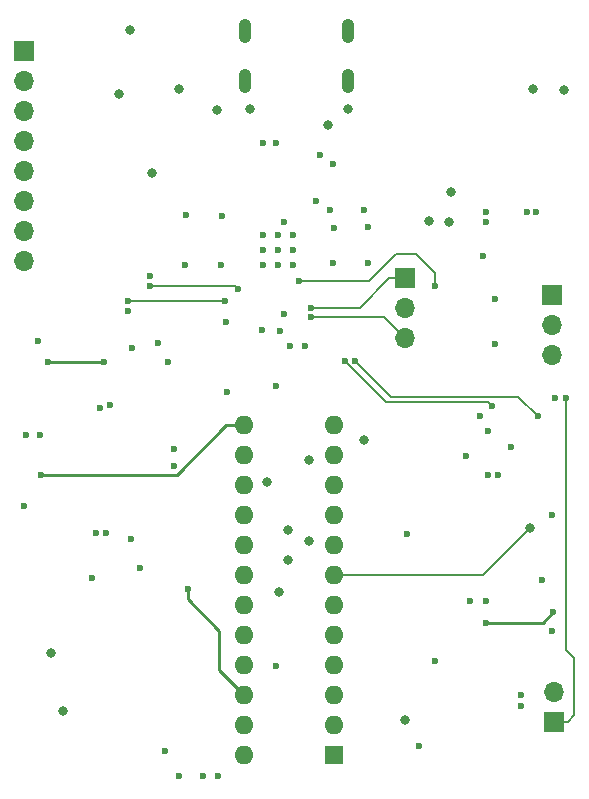
<source format=gbr>
%TF.GenerationSoftware,KiCad,Pcbnew,(6.0.6)*%
%TF.CreationDate,2022-11-11T00:06:58-05:00*%
%TF.ProjectId,RP2040_AS3394,52503230-3430-45f4-9153-333339342e6b,rev?*%
%TF.SameCoordinates,Original*%
%TF.FileFunction,Copper,L4,Bot*%
%TF.FilePolarity,Positive*%
%FSLAX46Y46*%
G04 Gerber Fmt 4.6, Leading zero omitted, Abs format (unit mm)*
G04 Created by KiCad (PCBNEW (6.0.6)) date 2022-11-11 00:06:58*
%MOMM*%
%LPD*%
G01*
G04 APERTURE LIST*
%TA.AperFunction,ComponentPad*%
%ADD10O,1.050000X2.100000*%
%TD*%
%TA.AperFunction,ComponentPad*%
%ADD11R,1.700000X1.700000*%
%TD*%
%TA.AperFunction,ComponentPad*%
%ADD12O,1.700000X1.700000*%
%TD*%
%TA.AperFunction,ComponentPad*%
%ADD13R,1.600000X1.600000*%
%TD*%
%TA.AperFunction,ComponentPad*%
%ADD14O,1.600000X1.600000*%
%TD*%
%TA.AperFunction,ViaPad*%
%ADD15C,0.600000*%
%TD*%
%TA.AperFunction,ViaPad*%
%ADD16C,0.800000*%
%TD*%
%TA.AperFunction,Conductor*%
%ADD17C,0.250000*%
%TD*%
%TA.AperFunction,Conductor*%
%ADD18C,0.254000*%
%TD*%
%TA.AperFunction,Conductor*%
%ADD19C,0.127000*%
%TD*%
%TA.AperFunction,Conductor*%
%ADD20C,0.199898*%
%TD*%
G04 APERTURE END LIST*
D10*
%TO.P,J2,S1,SHIELD*%
%TO.N,unconnected-(J2-PadS1)*%
X140542000Y-90572500D03*
%TO.P,J2,S2,SHIELD*%
%TO.N,unconnected-(J2-PadS2)*%
X131902000Y-90572500D03*
%TO.P,J2,S3,SHIELD*%
%TO.N,unconnected-(J2-PadS3)*%
X140542000Y-86392500D03*
%TO.P,J2,S4,SHIELD*%
%TO.N,unconnected-(J2-PadS4)*%
X131902000Y-86392500D03*
%TD*%
D11*
%TO.P,J4,1,Pin_1*%
%TO.N,Net-(J4-Pad1)*%
X113157000Y-88026000D03*
D12*
%TO.P,J4,2,Pin_2*%
%TO.N,Net-(J4-Pad2)*%
X113157000Y-90566000D03*
%TO.P,J4,3,Pin_3*%
%TO.N,Net-(J4-Pad3)*%
X113157000Y-93106000D03*
%TO.P,J4,4,Pin_4*%
%TO.N,Net-(J4-Pad4)*%
X113157000Y-95646000D03*
%TO.P,J4,5,Pin_5*%
%TO.N,Net-(J4-Pad5)*%
X113157000Y-98186000D03*
%TO.P,J4,6,Pin_6*%
%TO.N,Net-(J4-Pad6)*%
X113157000Y-100726000D03*
%TO.P,J4,7,Pin_7*%
%TO.N,Net-(J4-Pad7)*%
X113157000Y-103266000D03*
%TO.P,J4,8,Pin_8*%
%TO.N,Net-(J4-Pad8)*%
X113157000Y-105806000D03*
%TD*%
D13*
%TO.P,U5,1,IRef*%
%TO.N,Net-(R15-Pad1)*%
X139436000Y-147706000D03*
D14*
%TO.P,U5,2,VCO_Freq_CV*%
%TO.N,/AS3394_PWM/VCO_Freq_CV*%
X139436000Y-145166000D03*
%TO.P,U5,3,Vee*%
%TO.N,VEE*%
X139436000Y-142626000D03*
%TO.P,U5,4,Ct*%
%TO.N,Net-(C17-Pad2)*%
X139436000Y-140086000D03*
%TO.P,U5,5,Pulse_Out_F/2*%
%TO.N,/AS3394_PWM/Ext_Input2*%
X139436000Y-137546000D03*
%TO.P,U5,6,Mod_Amt_CV*%
%TO.N,/AS3394_PWM/Mod_Amt_Cv*%
X139436000Y-135006000D03*
%TO.P,U5,7,Wave_Select_CV*%
%TO.N,/AS3394_PWM/Wave_Select_CV*%
X139436000Y-132466000D03*
%TO.P,U5,8,Pulse_Width_CV*%
%TO.N,/AS3394_PWM/Pulse_Width_CV*%
X139436000Y-129926000D03*
%TO.P,U5,9,Saw_Out*%
%TO.N,/AS3394_PWM/Saw_Out*%
X139436000Y-127386000D03*
%TO.P,U5,10,Wave_Out*%
%TO.N,/AS3394_PWM/Wave_Out*%
X139436000Y-124846000D03*
%TO.P,U5,11,Ext_Input1*%
X139436000Y-122306000D03*
%TO.P,U5,12,GND*%
%TO.N,GND*%
X139436000Y-119766000D03*
%TO.P,U5,13,Mixer_Balance_CV*%
%TO.N,/AS3394_PWM/Mixer_Balance_CV*%
X131816000Y-119766000D03*
%TO.P,U5,14,Ext_Input2*%
%TO.N,Net-(R35-Pad1)*%
X131816000Y-122306000D03*
%TO.P,U5,15,Filter_Res_CV*%
%TO.N,/AS3394_PWM/Filter_Res_CV*%
X131816000Y-124846000D03*
%TO.P,U5,16,C1*%
%TO.N,Net-(C37-Pad1)*%
X131816000Y-127386000D03*
%TO.P,U5,17,C2*%
%TO.N,Net-(C35-Pad1)*%
X131816000Y-129926000D03*
%TO.P,U5,18,C3*%
%TO.N,Net-(C33-Pad1)*%
X131816000Y-132466000D03*
%TO.P,U5,19,C4*%
%TO.N,Net-(C31-Pad1)*%
X131816000Y-135006000D03*
%TO.P,U5,20,Filter_Freq_CV*%
%TO.N,/AS3394_PWM/Filter_Freq_CV*%
X131816000Y-137546000D03*
%TO.P,U5,21*%
%TO.N,Net-(C34-Pad1)*%
X131816000Y-140086000D03*
%TO.P,U5,22,Final_Gain_CV*%
%TO.N,/AS3394_PWM/Final_Gain_CV*%
X131816000Y-142626000D03*
%TO.P,U5,23,Voice_Out*%
%TO.N,/AS3394_PWM/Out*%
X131816000Y-145166000D03*
%TO.P,U5,24,Vcc*%
%TO.N,Net-(C28-Pad1)*%
X131816000Y-147706000D03*
%TD*%
D11*
%TO.P,J1,1,Pin_1*%
%TO.N,Net-(J1-Pad1)*%
X145430000Y-107285000D03*
D12*
%TO.P,J1,2,Pin_2*%
%TO.N,GND*%
X145430000Y-109825000D03*
%TO.P,J1,3,Pin_3*%
%TO.N,Net-(J1-Pad3)*%
X145430000Y-112365000D03*
%TD*%
D11*
%TO.P,J3,1,Pin_1*%
%TO.N,/AMP_OUT*%
X158000000Y-144845000D03*
D12*
%TO.P,J3,2,Pin_2*%
%TO.N,GND*%
X158000000Y-142305000D03*
%TD*%
D11*
%TO.P,J5,1,Pin_1*%
%TO.N,VCC*%
X157820000Y-108685000D03*
D12*
%TO.P,J5,2,Pin_2*%
%TO.N,GND*%
X157820000Y-111225000D03*
%TO.P,J5,3,Pin_3*%
%TO.N,VEE*%
X157820000Y-113765000D03*
%TD*%
D15*
%TO.N,GND*%
X158130000Y-117460000D03*
X152280000Y-102500000D03*
X152019000Y-105410000D03*
X151765000Y-118999000D03*
D16*
X122159000Y-86263000D03*
D15*
X125857000Y-123190000D03*
X122936000Y-131826000D03*
X133350000Y-95885000D03*
X155194000Y-142621000D03*
X134840000Y-111800000D03*
X120460000Y-118020000D03*
D16*
X135522000Y-131178000D03*
D15*
X136906000Y-113060000D03*
X133310000Y-111660000D03*
X113170000Y-126611000D03*
X130280000Y-111040000D03*
X145616000Y-128966000D03*
D16*
X137287000Y-129540000D03*
D15*
X129540000Y-149479000D03*
X152270000Y-101730000D03*
D16*
X137287000Y-122682000D03*
D15*
X153289000Y-123952000D03*
X126238000Y-149479000D03*
X133370000Y-104940000D03*
D16*
X133731000Y-124587000D03*
D15*
X135910000Y-106210000D03*
D16*
X123952000Y-98425000D03*
D15*
X147955000Y-139700000D03*
X141950000Y-101540000D03*
X157861000Y-137160000D03*
D16*
X116448000Y-143902000D03*
D15*
X130370000Y-116970000D03*
D16*
X134719000Y-133886000D03*
D15*
X134500000Y-116460000D03*
X121940000Y-110090000D03*
X134640000Y-104940000D03*
D16*
X126238000Y-91313000D03*
D15*
X155702000Y-101727000D03*
X123830000Y-107080000D03*
X114300000Y-112649000D03*
D16*
X138889000Y-94351000D03*
D15*
X122273000Y-113185000D03*
X135910000Y-103670000D03*
X152995000Y-109097500D03*
D16*
X145415000Y-144697000D03*
X141971000Y-120980000D03*
D15*
X152400000Y-120269000D03*
X142300000Y-102990000D03*
X135710000Y-113060000D03*
X150876000Y-134620000D03*
X125857000Y-121793000D03*
D16*
X140540000Y-92954000D03*
D15*
X114480000Y-120537993D03*
X125349000Y-114427000D03*
X134640000Y-106210000D03*
X124460000Y-112776000D03*
X128316500Y-149479000D03*
X126743000Y-106172000D03*
X135910000Y-104940000D03*
X134507000Y-140130000D03*
D16*
X115443000Y-139065000D03*
D15*
X134493000Y-95885000D03*
X142304000Y-105976000D03*
D16*
X132285000Y-92954000D03*
D15*
X152995000Y-112907500D03*
X126873000Y-101981000D03*
X150569000Y-122362000D03*
X157861000Y-127381000D03*
X156464000Y-101727000D03*
X139319000Y-97663000D03*
X133370000Y-103670000D03*
D16*
X135522000Y-128638000D03*
D15*
X133370000Y-106210000D03*
X134640000Y-103670000D03*
X122190000Y-129400000D03*
X138176000Y-96901000D03*
X119275995Y-128828009D03*
%TO.N,+3V3*%
X129794000Y-106171990D03*
D16*
X149150000Y-102580000D03*
X147447000Y-102489000D03*
D15*
X135145000Y-102505000D03*
X139071510Y-101538490D03*
X129921000Y-101994990D03*
D16*
X149330000Y-100000000D03*
D15*
X139432010Y-103010990D03*
X139319000Y-105975990D03*
X137905500Y-100774500D03*
X135128000Y-110363000D03*
D16*
X129457000Y-93047000D03*
X121178000Y-91692000D03*
D15*
%TO.N,Net-(C23-Pad2)*%
X152287000Y-136459000D03*
X157940000Y-135570000D03*
%TO.N,/AS3394_PWM/Final_Gain_CV*%
X127000000Y-133604000D03*
%TO.N,VCC*%
X156972000Y-132842000D03*
X155194000Y-143510000D03*
D16*
X156210000Y-91313000D03*
D15*
X125095000Y-147320000D03*
D16*
X158877000Y-91357000D03*
D15*
X120075994Y-128828009D03*
X152400000Y-123952000D03*
X113337000Y-120537993D03*
%TO.N,Net-(C38-Pad2)*%
X115189000Y-114427000D03*
X119888000Y-114427000D03*
%TO.N,VEE*%
X119550000Y-118260000D03*
X118935000Y-132651000D03*
X152273000Y-134620000D03*
X146558000Y-146939000D03*
X154390000Y-121600000D03*
%TO.N,/AS3394_PWM/Mixer_Balance_CV*%
X114620000Y-123930000D03*
%TO.N,Net-(J1-Pad1)*%
X137423111Y-109800000D03*
%TO.N,Net-(J1-Pad3)*%
X137423111Y-110602902D03*
%TO.N,/AS3394_PWM/Final_Gain_PWM*%
X123825000Y-107950000D03*
X131280000Y-108240000D03*
%TO.N,/AS3394_PWM/Wave_Select_2*%
X152781000Y-118110000D03*
X140351529Y-114288129D03*
%TO.N,/AS3394_PWM/Wave_Select_1*%
X156665000Y-118999000D03*
X141171375Y-114288625D03*
D16*
%TO.N,/AS3394_PWM/Wave_Select_CV*%
X156030000Y-128458000D03*
D15*
%TO.N,/AS3394_PWM/Mixer_Balance_PWM*%
X121930000Y-109230000D03*
X130210000Y-109220000D03*
%TO.N,/RUN*%
X147980000Y-107990000D03*
X136438009Y-107528991D03*
%TO.N,/AMP_OUT*%
X159050000Y-117480000D03*
%TD*%
D17*
%TO.N,Net-(C23-Pad2)*%
X157051000Y-136459000D02*
X152287000Y-136459000D01*
X157940000Y-135570000D02*
X157051000Y-136459000D01*
D18*
%TO.N,/AS3394_PWM/Final_Gain_CV*%
X129667000Y-137160000D02*
X129667000Y-140477000D01*
X127000000Y-134493000D02*
X129667000Y-137160000D01*
X127000000Y-133604000D02*
X127000000Y-134493000D01*
X129667000Y-140477000D02*
X131816000Y-142626000D01*
%TO.N,Net-(C38-Pad2)*%
X119888000Y-114427000D02*
X115189000Y-114427000D01*
%TO.N,/AS3394_PWM/Mixer_Balance_CV*%
X130292000Y-119766000D02*
X131816000Y-119766000D01*
X114620000Y-123930000D02*
X114630000Y-123940000D01*
X126118000Y-123940000D02*
X130292000Y-119766000D01*
X114630000Y-123940000D02*
X126118000Y-123940000D01*
D19*
%TO.N,Net-(J1-Pad1)*%
X141580000Y-109800000D02*
X144095000Y-107285000D01*
X144095000Y-107285000D02*
X145430000Y-107285000D01*
X137423111Y-109800000D02*
X141580000Y-109800000D01*
%TO.N,Net-(J1-Pad3)*%
X137423111Y-110602902D02*
X143667902Y-110602902D01*
X143667902Y-110602902D02*
X145430000Y-112365000D01*
D20*
%TO.N,/AS3394_PWM/Final_Gain_PWM*%
X131280000Y-108240000D02*
X130990000Y-107950000D01*
X130990000Y-107950000D02*
X123825000Y-107950000D01*
%TO.N,/AS3394_PWM/Wave_Select_2*%
X152418898Y-117747898D02*
X152781000Y-118110000D01*
X140351529Y-114316529D02*
X140351529Y-114288129D01*
X143782898Y-117747898D02*
X140351529Y-114316529D01*
X143782898Y-117747898D02*
X152418898Y-117747898D01*
%TO.N,/AS3394_PWM/Wave_Select_1*%
X156665000Y-118999000D02*
X155014000Y-117348000D01*
X155014000Y-117348000D02*
X144230750Y-117348000D01*
X144230750Y-117348000D02*
X141171375Y-114288625D01*
%TO.N,/AS3394_PWM/Wave_Select_CV*%
X152022000Y-132466000D02*
X139436000Y-132466000D01*
X156030000Y-128458000D02*
X152022000Y-132466000D01*
%TO.N,/AS3394_PWM/Mixer_Balance_PWM*%
X121940000Y-109220000D02*
X121930000Y-109230000D01*
X130210000Y-109220000D02*
X121940000Y-109220000D01*
%TO.N,/RUN*%
X146360000Y-105230000D02*
X147980000Y-106850000D01*
X147980000Y-106850000D02*
X147980000Y-107990000D01*
X142361009Y-107528991D02*
X144660000Y-105230000D01*
X144660000Y-105230000D02*
X146360000Y-105230000D01*
X136438009Y-107528991D02*
X142361009Y-107528991D01*
%TO.N,/AMP_OUT*%
X159750000Y-139480000D02*
X159750000Y-144290000D01*
X159050000Y-138780000D02*
X159750000Y-139480000D01*
X159195000Y-144845000D02*
X158000000Y-144845000D01*
X159750000Y-144290000D02*
X159195000Y-144845000D01*
X159050000Y-117480000D02*
X159050000Y-138780000D01*
%TD*%
M02*

</source>
